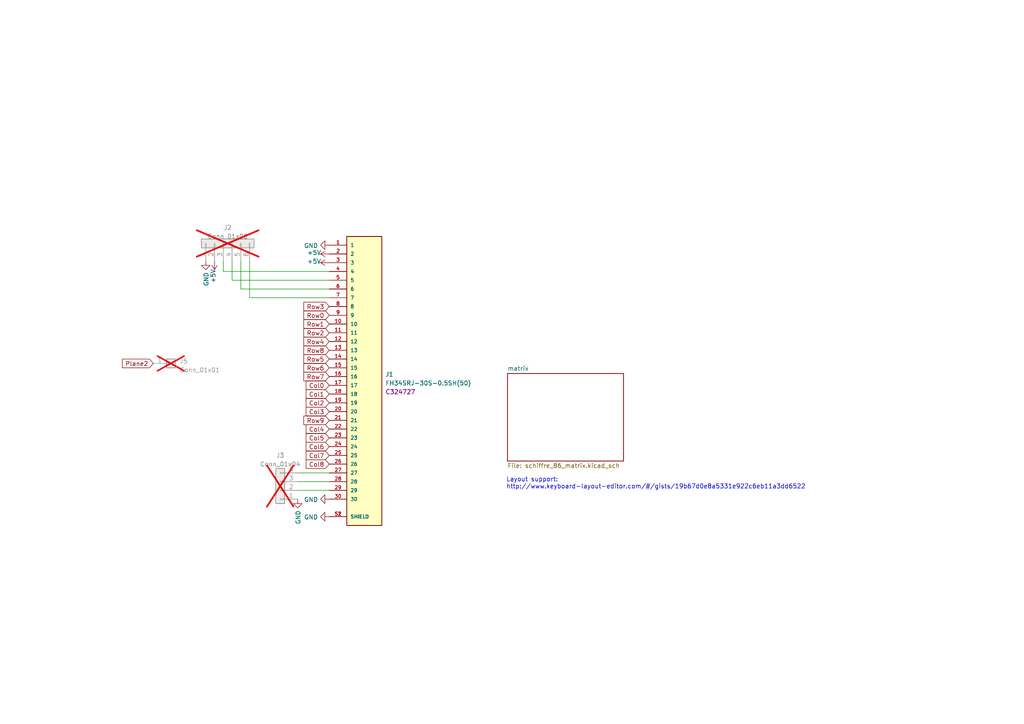
<source format=kicad_sch>
(kicad_sch (version 20230121) (generator eeschema)
  (paper "A4")
  (title_block (title "SCHIFFRE 86 SHIELD") (date "2023-03-04"))
  (lib_symbols
    (symbol "Connector_Generic:Conn_01x01" (pin_names (offset 1.016) hide)
      (property "Reference" "J" (at 0 2.54 0))
      (property "Value" "Conn_01x01" (at 0 -2.54 0))
      (symbol "Conn_01x01_1_1"
        (rectangle (start -1.27 0.127) (end 0 -0.127) (stroke (width 0.1524)))
        (rectangle (start -1.27 1.27) (end 1.27 -1.27) (stroke (width 0.254)) (fill (type background)))
        (pin passive line (at -5.08 0 0) (length 3.81) (name "Pin_1") (number "1"))
      )
    )
    (symbol "Connector_Generic:Conn_01x04" (pin_names (offset 1.016) hide)
      (property "Reference" "J" (at 0 5.08 0))
      (property "Value" "Conn_01x04" (at 0 -7.62 0))
      (symbol "Conn_01x04_1_1"
        (rectangle (start -1.27 -4.953) (end 0 -5.207) (stroke (width 0.1524)))
        (rectangle (start -1.27 -2.413) (end 0 -2.667) (stroke (width 0.1524)))
        (rectangle (start -1.27 0.127) (end 0 -0.127) (stroke (width 0.1524)))
        (rectangle (start -1.27 2.667) (end 0 2.413) (stroke (width 0.1524)))
        (rectangle (start -1.27 3.81) (end 1.27 -6.35) (stroke (width 0.254)) (fill (type background)))
        (pin passive line (at -5.08 2.54 0) (length 3.81) (name "Pin_1") (number "1"))
        (pin passive line (at -5.08 0 0) (length 3.81) (name "Pin_2") (number "2"))
        (pin passive line (at -5.08 -2.54 0) (length 3.81) (name "Pin_3") (number "3"))
        (pin passive line (at -5.08 -5.08 0) (length 3.81) (name "Pin_4") (number "4"))
      )
    )
    (symbol "Connector_Generic:Conn_01x06" (pin_names (offset 1.016) hide)
      (property "Reference" "J" (at 0 7.62 0))
      (property "Value" "Conn_01x06" (at 0 -10.16 0))
      (symbol "Conn_01x06_1_1"
        (rectangle (start -1.27 -7.493) (end 0 -7.747) (stroke (width 0.1524)))
        (rectangle (start -1.27 -4.953) (end 0 -5.207) (stroke (width 0.1524)))
        (rectangle (start -1.27 -2.413) (end 0 -2.667) (stroke (width 0.1524)))
        (rectangle (start -1.27 0.127) (end 0 -0.127) (stroke (width 0.1524)))
        (rectangle (start -1.27 2.667) (end 0 2.413) (stroke (width 0.1524)))
        (rectangle (start -1.27 5.207) (end 0 4.953) (stroke (width 0.1524)))
        (rectangle (start -1.27 6.35) (end 1.27 -8.89) (stroke (width 0.254)) (fill (type background)))
        (pin passive line (at -5.08 5.08 0) (length 3.81) (name "Pin_1") (number "1"))
        (pin passive line (at -5.08 2.54 0) (length 3.81) (name "Pin_2") (number "2"))
        (pin passive line (at -5.08 0 0) (length 3.81) (name "Pin_3") (number "3"))
        (pin passive line (at -5.08 -2.54 0) (length 3.81) (name "Pin_4") (number "4"))
        (pin passive line (at -5.08 -5.08 0) (length 3.81) (name "Pin_5") (number "5"))
        (pin passive line (at -5.08 -7.62 0) (length 3.81) (name "Pin_6") (number "6"))
      )
    )
    (symbol "FH34SRJ-30S-0.5SH_50_:FH34SRJ-30S-0.5SH(50)" (pin_names (offset 1.016))
      (property "Reference" "J" (at -5.08 41.91 0))
      (property "Value" "FH34SRJ-30S-0.5SH(50)" (at -5.08 -45.72 0))
      (symbol "FH34SRJ-30S-0.5SH(50)_0_0"
        (rectangle (start -5.08 -43.18) (end 5.08 40.64) (stroke (width 0.254)) (fill (type background)))
        (pin passive line (at -10.16 38.1 0) (length 5.08) (name "1") (number "1"))
        (pin passive line (at -10.16 15.24 0) (length 5.08) (name "10") (number "10"))
        (pin passive line (at -10.16 12.7 0) (length 5.08) (name "11") (number "11"))
        (pin passive line (at -10.16 10.16 0) (length 5.08) (name "12") (number "12"))
        (pin passive line (at -10.16 7.62 0) (length 5.08) (name "13") (number "13"))
        (pin passive line (at -10.16 5.08 0) (length 5.08) (name "14") (number "14"))
        (pin passive line (at -10.16 2.54 0) (length 5.08) (name "15") (number "15"))
        (pin passive line (at -10.16 0 0) (length 5.08) (name "16") (number "16"))
        (pin passive line (at -10.16 -2.54 0) (length 5.08) (name "17") (number "17"))
        (pin passive line (at -10.16 -5.08 0) (length 5.08) (name "18") (number "18"))
        (pin passive line (at -10.16 -7.62 0) (length 5.08) (name "19") (number "19"))
        (pin passive line (at -10.16 35.56 0) (length 5.08) (name "2") (number "2"))
        (pin passive line (at -10.16 -10.16 0) (length 5.08) (name "20") (number "20"))
        (pin passive line (at -10.16 -12.7 0) (length 5.08) (name "21") (number "21"))
        (pin passive line (at -10.16 -15.24 0) (length 5.08) (name "22") (number "22"))
        (pin passive line (at -10.16 -17.78 0) (length 5.08) (name "23") (number "23"))
        (pin passive line (at -10.16 -20.32 0) (length 5.08) (name "24") (number "24"))
        (pin passive line (at -10.16 -22.86 0) (length 5.08) (name "25") (number "25"))
        (pin passive line (at -10.16 -25.4 0) (length 5.08) (name "26") (number "26"))
        (pin passive line (at -10.16 -27.94 0) (length 5.08) (name "27") (number "27"))
        (pin passive line (at -10.16 -30.48 0) (length 5.08) (name "28") (number "28"))
        (pin passive line (at -10.16 -33.02 0) (length 5.08) (name "29") (number "29"))
        (pin passive line (at -10.16 33.02 0) (length 5.08) (name "3") (number "3"))
        (pin passive line (at -10.16 -35.56 0) (length 5.08) (name "30") (number "30"))
        (pin passive line (at -10.16 30.48 0) (length 5.08) (name "4") (number "4"))
        (pin passive line (at -10.16 27.94 0) (length 5.08) (name "5") (number "5"))
        (pin passive line (at -10.16 25.4 0) (length 5.08) (name "6") (number "6"))
        (pin passive line (at -10.16 22.86 0) (length 5.08) (name "7") (number "7"))
        (pin passive line (at -10.16 20.32 0) (length 5.08) (name "8") (number "8"))
        (pin passive line (at -10.16 17.78 0) (length 5.08) (name "9") (number "9"))
        (pin passive line (at -10.16 -40.64 0) (length 5.08) (name "SHIELD") (number "S1"))
        (pin passive line (at -10.16 -40.64 0) (length 5.08) (name "SHIELD") (number "S2"))
      )
    )
    (symbol "power:+5V" (power) (pin_names (offset 0))
      (property "Value" "+5V" (at 0 3.556 0))
      (symbol "+5V_0_1"
        (polyline (pts (xy -0.762 1.27) (xy 0 2.54)))
        (polyline (pts (xy 0 0) (xy 0 2.54)))
        (polyline (pts (xy 0 2.54) (xy 0.762 1.27)))
      )
      (symbol "+5V_1_1"
        (pin power_in line (at 0 0 90) (length 0) hide (name "+5V") (number "1"))
      )
    )
    (symbol "power:GND" (power) (pin_names (offset 0))
      (property "Value" "GND" (at 0 -3.81 0))
      (symbol "GND_0_1"
        (polyline (pts (xy 0 0) (xy 0 -1.27) (xy 1.27 -1.27) (xy 0 -2.54) (xy -1.27 -1.27) (xy 0 -1.27)))
      )
      (symbol "GND_1_1"
        (pin power_in line (at 0 0 270) (length 0) hide (name "GND") (number "1"))
      )
    )
  )
  (wire (pts (xy 86.36 142.24) (xy 95.504 142.24)))
  (wire (pts (xy 95.504 78.74) (xy 64.77 78.74)))
  (wire (pts (xy 72.39 86.36) (xy 72.39 75.692)))
  (wire (pts (xy 67.31 81.28) (xy 67.31 75.692)))
  (wire (pts (xy 64.77 78.74) (xy 64.77 75.692)))
  (wire (pts (xy 86.36 139.7) (xy 95.504 139.7)))
  (wire (pts (xy 95.504 83.82) (xy 69.85 83.82)))
  (wire (pts (xy 69.85 83.82) (xy 69.85 75.692)))
  (wire (pts (xy 95.504 86.36) (xy 72.39 86.36)))
  (wire (pts (xy 86.36 137.16) (xy 95.504 137.16)))
  (wire (pts (xy 95.504 81.28) (xy 67.31 81.28)))
  (text "Layout support:\nhttp://www.keyboard-layout-editor.com/#/gists/19b67d0e8a5331e922c6eb11a3dd6522" (at 146.812 141.986 0) (effects (font (size 1.27 1.27)) (justify left bottom)))
  (global_label "Col4" (shape input) (at 95.504 124.46 180) (property "Intersheetrefs" "${INTERSHEET_REFS}" (effects hide)))
  (global_label "Row6" (shape input) (at 95.504 106.68 180) (property "Intersheetrefs" "${INTERSHEET_REFS}" (effects hide)))
  (global_label "Row5" (shape input) (at 95.504 104.14 180) (property "Intersheetrefs" "${INTERSHEET_REFS}" (effects hide)))
  (global_label "Col7" (shape input) (at 95.504 132.08 180) (property "Intersheetrefs" "${INTERSHEET_REFS}" (effects hide)))
  (global_label "Row8" (shape input) (at 95.504 101.6 180) (property "Intersheetrefs" "${INTERSHEET_REFS}" (effects hide)))
  (global_label "Row2" (shape input) (at 95.504 96.52 180) (property "Intersheetrefs" "${INTERSHEET_REFS}" (effects hide)))
  (global_label "Row1" (shape input) (at 95.504 93.98 180) (property "Intersheetrefs" "${INTERSHEET_REFS}" (effects hide)))
  (global_label "Col8" (shape input) (at 95.504 134.62 180) (property "Intersheetrefs" "${INTERSHEET_REFS}" (effects hide)))
  (global_label "Col5" (shape input) (at 95.504 127 180) (property "Intersheetrefs" "${INTERSHEET_REFS}" (effects hide)))
  (global_label "Col3" (shape input) (at 95.504 119.38 180) (property "Intersheetrefs" "${INTERSHEET_REFS}" (effects hide)))
  (global_label "Col1" (shape input) (at 95.504 114.3 180) (property "Intersheetrefs" "${INTERSHEET_REFS}" (effects hide)))
  (global_label "Row7" (shape input) (at 95.504 109.22 180) (property "Intersheetrefs" "${INTERSHEET_REFS}" (effects hide)))
  (global_label "Row0" (shape input) (at 95.504 91.44 180) (property "Intersheetrefs" "${INTERSHEET_REFS}" (effects hide)))
  (global_label "Col6" (shape input) (at 95.504 129.54 180) (property "Intersheetrefs" "${INTERSHEET_REFS}" (effects hide)))
  (global_label "Row3" (shape input) (at 95.504 88.9 180) (property "Intersheetrefs" "${INTERSHEET_REFS}" (effects hide)))
  (global_label "Plane2" (shape input) (at 44.45 105.41 180) (property "Intersheetrefs" "${INTERSHEET_REFS}" (effects hide)))
  (global_label "Col0" (shape input) (at 95.504 111.76 180) (property "Intersheetrefs" "${INTERSHEET_REFS}" (effects hide)))
  (global_label "Row9" (shape input) (at 95.504 121.92 180) (property "Intersheetrefs" "${INTERSHEET_REFS}" (effects hide)))
  (global_label "Col2" (shape input) (at 95.504 116.84 180) (property "Intersheetrefs" "${INTERSHEET_REFS}" (effects hide)))
  (global_label "Row4" (shape input) (at 95.504 99.06 180) (property "Intersheetrefs" "${INTERSHEET_REFS}" (effects hide)))
  (symbol (lib_id "power:+5V") (at 95.504 73.66 90) (unit 1)
    (property "Reference" "#PWR0110" (effects hide))
    (property "Value" "+5V" (at 91.1098 73.279 90))
  )
  (symbol (lib_id "power:GND") (at 95.504 149.86 270) (unit 1)
    (property "Reference" "#PWR0111" (effects hide))
    (property "Value" "GND" (at 92.2528 149.987 90) (effects (justify right)))
  )
  (symbol (lib_id "Connector_Generic:Conn_01x06") (at 64.77 70.612 90) (unit 1) (in_bom no) (dnp yes)
    (property "Reference" "J2" (at 66.04 66.04 90))
    (property "Value" "Conn_01x06" (at 66.04 68.58 90))
    (property "Footprint" "Connector_PinHeader_2.54mm:PinHeader_2x03_P2.54mm_Vertical" (effects hide))
  )
  (symbol (lib_id "power:+5V") (at 62.23 75.692 180) (unit 1)
    (property "Reference" "#PWR05" (effects hide))
    (property "Value" "+5V" (at 61.849 80.0862 90))
  )
  (symbol (lib_id "FH34SRJ-30S-0.5SH_50_:FH34SRJ-30S-0.5SH(50)") (at 105.664 109.22 0) (unit 1)
    (property "Reference" "J1" (at 111.76 108.585 0) (effects (justify left)))
    (property "Value" "FH34SRJ-30S-0.5SH(50)" (at 111.76 111.125 0) (effects (justify left)))
    (property "Footprint" "FH34SRJ-30S-05:HRS_FH34SRJ-30S-0.5SH(50)" (effects hide))
    (property "MANUFACTURER" "Hirose Electric" (effects hide))
    (property "STANDARD" "Manufacturer recommendations" (effects hide))
    (property "PARTREV" "1" (effects hide))
    (property "MAXIMUM_PACKAGE_HEIGHT" "1.1mm" (effects hide))
    (property "MPN" "C324727" (at 111.76 113.665 0) (effects (justify left)))
  )
  (symbol (lib_id "power:GND") (at 86.36 144.78 0) (unit 1)
    (property "Reference" "#PWR06" (effects hide))
    (property "Value" "GND" (at 86.487 148.0312 90) (effects (justify right)))
  )
  (symbol (lib_id "Connector_Generic:Conn_01x04") (at 81.28 142.24 180) (unit 1) (in_bom no) (dnp yes)
    (property "Reference" "J3" (at 81.28 132.08 0))
    (property "Value" "Conn_01x04" (at 81.28 134.62 0))
    (property "Footprint" "Connector_PinHeader_2.54mm:PinHeader_1x04_P2.54mm_Vertical" (effects hide))
  )
  (symbol (lib_id "Connector_Generic:Conn_01x01") (at 49.53 105.41 0) (unit 1) (in_bom no) (dnp yes)
    (property "Reference" "J5" (at 52.07 104.775 0) (effects (justify left)))
    (property "Value" "Conn_01x01" (at 52.07 107.315 0) (effects (justify left)))
    (property "Footprint" "Connector_Wire:SolderWire-0.1sqmm_1x01_D0.4mm_OD1mm" (effects hide))
  )
  (symbol (lib_id "power:+5V") (at 95.504 76.2 90) (unit 1)
    (property "Reference" "#PWR01" (effects hide))
    (property "Value" "+5V" (at 91.1098 75.819 90))
  )
  (symbol (lib_id "power:GND") (at 95.504 144.78 270) (unit 1)
    (property "Reference" "#PWR03" (effects hide))
    (property "Value" "GND" (at 92.2528 144.907 90) (effects (justify right)))
  )
  (symbol (lib_id "power:GND") (at 59.69 75.692 0) (unit 1)
    (property "Reference" "#PWR04" (effects hide))
    (property "Value" "GND" (at 59.817 78.9432 90) (effects (justify right)))
  )
  (symbol (lib_id "power:GND") (at 95.504 71.12 270) (unit 1)
    (property "Reference" "#PWR02" (effects hide))
    (property "Value" "GND" (at 92.2528 71.247 90) (effects (justify right)))
  )
  (sheet (at 147.193 108.331) (size 33.655 25.4)
    (property "Sheetname" "matrix" (at 147.193 107.6194 0) (effects (justify left bottom)))
    (property "Sheetfile" "schiffre_86_matrix.kicad_sch" (at 147.193 134.3156 0) (effects (justify left top)))
  )
)
</source>
